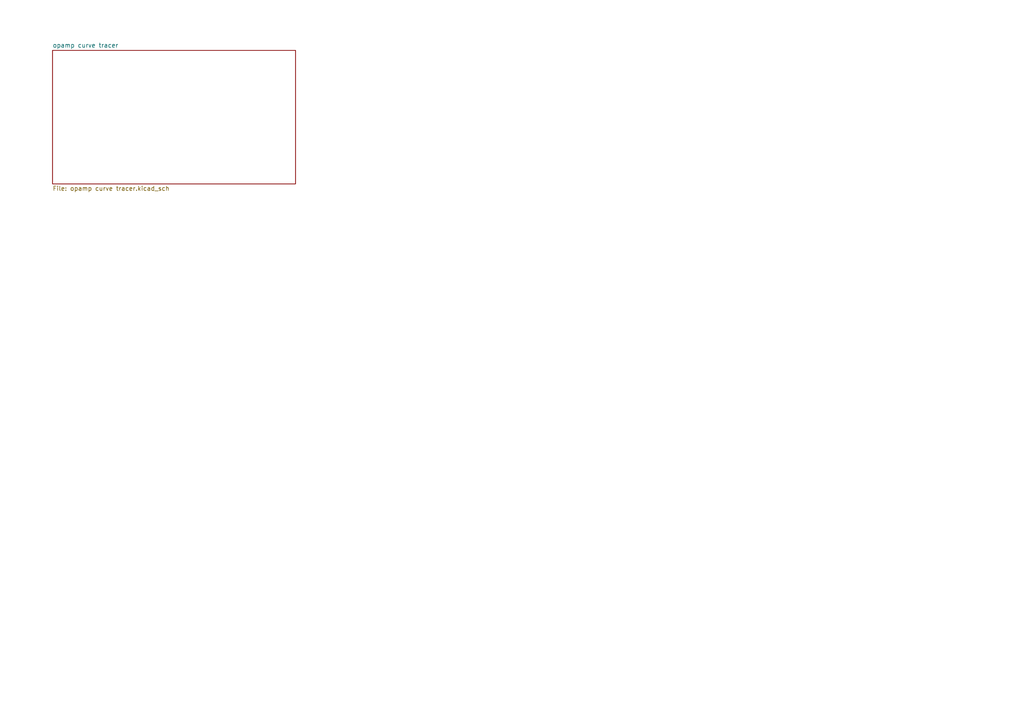
<source format=kicad_sch>
(kicad_sch
	(version 20231120)
	(generator "eeschema")
	(generator_version "8.0")
	(uuid "93ae5000-9762-482d-a6b0-192f54dc93f7")
	(paper "A4")
	(lib_symbols)
	(sheet
		(at 15.24 14.605)
		(size 70.485 38.735)
		(fields_autoplaced yes)
		(stroke
			(width 0.1524)
			(type solid)
		)
		(fill
			(color 0 0 0 0.0000)
		)
		(uuid "dd395262-8054-44a0-b735-af4241070400")
		(property "Sheetname" "opamp curve tracer"
			(at 15.24 13.8934 0)
			(effects
				(font
					(size 1.27 1.27)
				)
				(justify left bottom)
			)
		)
		(property "Sheetfile" "opamp curve tracer.kicad_sch"
			(at 15.24 53.9246 0)
			(effects
				(font
					(size 1.27 1.27)
				)
				(justify left top)
			)
		)
		(instances
			(project "KiCad_Curve_Tracer"
				(path "/93ae5000-9762-482d-a6b0-192f54dc93f7"
					(page "2")
				)
			)
		)
	)
	(sheet_instances
		(path "/"
			(page "1")
		)
	)
)

</source>
